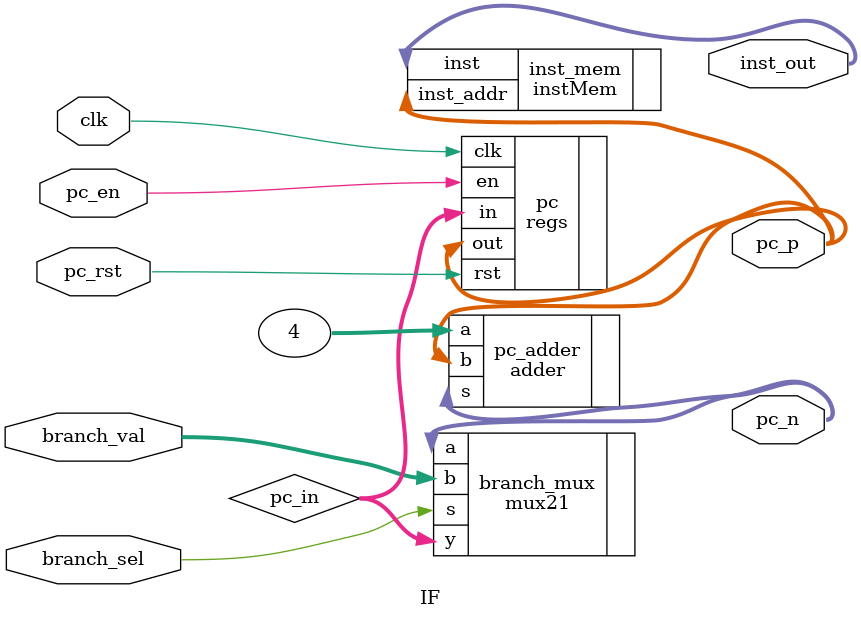
<source format=sv>
module IF(pc_rst, clk, branch_sel, branch_val, pc_p, pc_n, inst_out, pc_en);
	input logic pc_rst, clk, branch_sel, pc_en;
	input logic [31:0] branch_val;
	output logic [31:0] pc_p, pc_n, inst_out;
	logic [31:0] pc_in;
	adder    #(32)           pc_adder (.a(32'd4), .b(pc_p), .s(pc_n)); 
	instMem  #(32, 32, 512)  inst_mem (.inst_addr(pc_p), .inst(inst_out));
	mux21    #(32)           branch_mux(.a(pc_n), .b(branch_val), .s(branch_sel), .y(pc_in));
	regs     #(32)           pc(.clk(clk), .rst(pc_rst), .in(pc_in), .out(pc_p), .en(pc_en));
endmodule

</source>
